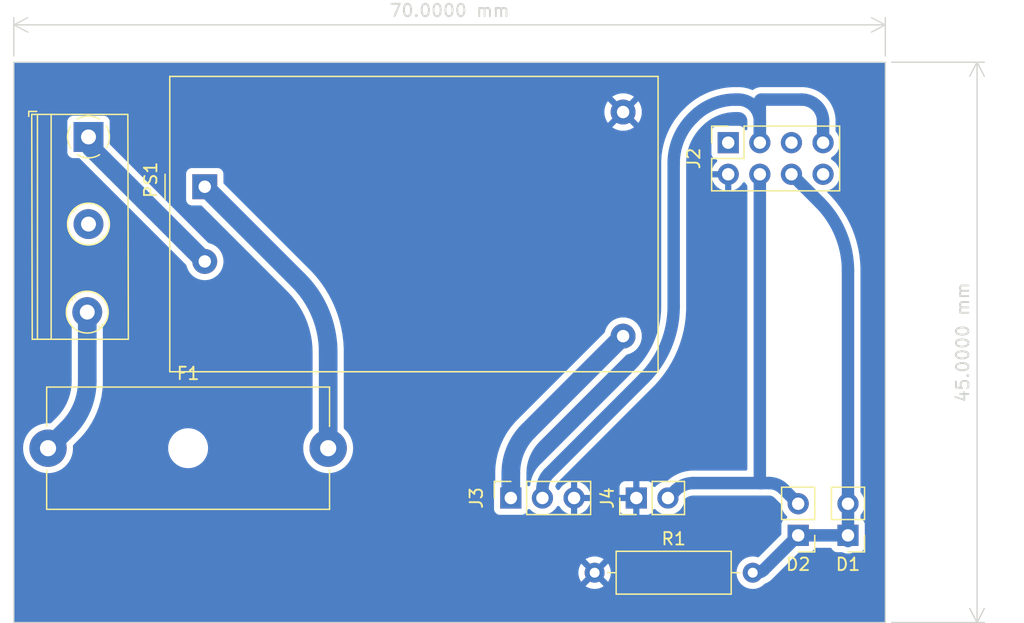
<source format=kicad_pcb>
(kicad_pcb (version 20221018) (generator pcbnew)
  (layers (0 "F.Cu" signal) (31 "B.Cu" signal) (34 "B.Paste" user) (35 "F.Paste" user) (36 "B.SilkS" user "B.Silkscreen") (37 "F.SilkS" user "F.Silkscreen") (38 "B.Mask" user) (39 "F.Mask" user) (44 "Edge.Cuts" user))
  (net 0 "")
  (net 1 "Net-(D1-K)")
  (net 2 "/LED")
  (net 3 "/Relay")
  (net 4 "Net-(PS1-AC{slash}L)")
  (net 7 "GND")
  (net 8 "/3V3")
  (net 11 "/AC_L")
  (net 12 "/AC_N")
  (net 13 "/5V")
  (footprint "Connector_PinHeader_2.54mm:PinHeader_1x02_P2.54mm_Vertical" (layer "F.Cu") (at 70 55 90)
    (fp_text reference "J4" (at 0 -2.33 90) (layer "F.SilkS"))
    (fp_text value "To SSR")
    (fp_line (start -1.33 -1.33) (end 0 -1.33) (stroke (width 0.12)) (layer "F.SilkS"))
    (fp_line (start -1.33 0) (end -1.33 -1.33) (stroke (width 0.12)) (layer "F.SilkS"))
    (fp_line (start -1.33 1.27) (end -1.33 3.87) (stroke (width 0.12)) (layer "F.SilkS"))
    (fp_line (start -1.33 1.27) (end 1.33 1.27) (stroke (width 0.12)) (layer "F.SilkS"))
    (fp_line (start -1.33 3.87) (end 1.33 3.87) (stroke (width 0.12)) (layer "F.SilkS"))
    (fp_line (start 1.33 1.27) (end 1.33 3.87) (stroke (width 0.12)) (layer "F.SilkS"))
    (pad "1" thru_hole rect (at 0 0 90) (size 1.7 1.7) (drill 1) (layers "*.Cu" "*.Mask") (net 7 "GND"))
    (pad "2" thru_hole oval (at 0 2.54 90) (size 1.7 1.7) (drill 1) (layers "*.Cu" "*.Mask") (net 3 "/Relay"))
  )
  (footprint "Connector_PinSocket_2.54mm:PinSocket_1x03_P2.54mm_Vertical" (layer "F.Cu") (at 59.92 55 90)
    (fp_text reference "J3" (at 0 -2.77 90) (layer "F.SilkS"))
    (fp_text value "AMS1117Module")
    (fp_line (start -1.33 1.27) (end -1.33 6.41) (stroke (width 0.12)) (layer "F.SilkS"))
    (fp_line (start -1.33 1.27) (end 1.33 1.27) (stroke (width 0.12)) (layer "F.SilkS"))
    (fp_line (start -1.33 6.41) (end 1.33 6.41) (stroke (width 0.12)) (layer "F.SilkS"))
    (fp_line (start 0 -1.33) (end 1.33 -1.33) (stroke (width 0.12)) (layer "F.SilkS"))
    (fp_line (start 1.33 -1.33) (end 1.33 0) (stroke (width 0.12)) (layer "F.SilkS"))
    (fp_line (start 1.33 1.27) (end 1.33 6.41) (stroke (width 0.12)) (layer "F.SilkS"))
    (pad "1" thru_hole rect (at 0 0 90) (size 1.7 1.7) (drill 1) (layers "*.Cu" "*.Mask") (net 13 "/5V"))
    (pad "2" thru_hole oval (at 0 2.54 90) (size 1.7 1.7) (drill 1) (layers "*.Cu" "*.Mask") (net 8 "/3V3"))
    (pad "3" thru_hole oval (at 0 5.08 90) (size 1.7 1.7) (drill 1) (layers "*.Cu" "*.Mask") (net 7 "GND"))
  )
  (footprint "Connector_PinSocket_2.54mm:PinSocket_2x04_P2.54mm_Vertical" (layer "F.Cu") (at 77.38 26.46 90)
    (fp_text reference "J2" (at -1.27 -2.77 90) (layer "F.SilkS"))
    (fp_text value "ESP-01")
    (fp_line (start -3.87 -1.33) (end -3.87 8.95) (stroke (width 0.12)) (layer "F.SilkS"))
    (fp_line (start -3.87 -1.33) (end -1.27 -1.33) (stroke (width 0.12)) (layer "F.SilkS"))
    (fp_line (start -3.87 8.95) (end 1.33 8.95) (stroke (width 0.12)) (layer "F.SilkS"))
    (fp_line (start -1.27 -1.33) (end -1.27 1.27) (stroke (width 0.12)) (layer "F.SilkS"))
    (fp_line (start -1.27 1.27) (end 1.33 1.27) (stroke (width 0.12)) (layer "F.SilkS"))
    (fp_line (start 0 -1.33) (end 1.33 -1.33) (stroke (width 0.12)) (layer "F.SilkS"))
    (fp_line (start 1.33 -1.33) (end 1.33 0) (stroke (width 0.12)) (layer "F.SilkS"))
    (fp_line (start 1.33 1.27) (end 1.33 8.95) (stroke (width 0.12)) (layer "F.SilkS"))
    (pad "1" thru_hole rect (at 0 0 90) (size 1.7 1.7) (drill 1) (layers "*.Cu" "*.Mask"))
    (pad "2" thru_hole oval (at -2.54 0 90) (size 1.7 1.7) (drill 1) (layers "*.Cu" "*.Mask") (net 7 "GND"))
    (pad "3" thru_hole oval (at 0 2.54 90) (size 1.7 1.7) (drill 1) (layers "*.Cu" "*.Mask") (net 8 "/3V3"))
    (pad "4" thru_hole oval (at -2.54 2.54 90) (size 1.7 1.7) (drill 1) (layers "*.Cu" "*.Mask") (net 3 "/Relay"))
    (pad "5" thru_hole oval (at 0 5.08 90) (size 1.7 1.7) (drill 1) (layers "*.Cu" "*.Mask"))
    (pad "6" thru_hole oval (at -2.54 5.08 90) (size 1.7 1.7) (drill 1) (layers "*.Cu" "*.Mask") (net 2 "/LED"))
    (pad "7" thru_hole oval (at 0 7.62 90) (size 1.7 1.7) (drill 1) (layers "*.Cu" "*.Mask") (net 8 "/3V3"))
    (pad "8" thru_hole oval (at -2.54 7.62 90) (size 1.7 1.7) (drill 1) (layers "*.Cu" "*.Mask"))
  )
  (footprint "TerminalBlock_Phoenix:TerminalBlock_Phoenix_MKDS-1,5-3-5.08_1x03_P6.6mm_Horizontal" (layer "F.Cu") (at 25.4 25.75 -90)
    (fp_text reference "J1" hide)
    (fp_text value "AC Input")
    (fp_line (start -1.8 3.56) (end -1.8 4.2) (stroke (width 0.12)) (layer "F.SilkS"))
    (fp_line (start -1.8 4.2) (end -1.4 4.2) (stroke (width 0.12)) (layer "F.SilkS"))
    (fp_line (start -1.56 -3.76) (end -1.56 3.96) (stroke (width 0.12)) (layer "F.SilkS"))
    (fp_line (start -1.56 -3.76) (end 16.5 -3.8) (stroke (width 0.12)) (layer "F.SilkS"))
    (fp_line (start -1.56 2.4) (end 16.5 2.4) (stroke (width 0.12)) (layer "F.SilkS"))
    (fp_line (start -1.56 3.5) (end 16.5 3.5) (stroke (width 0.12)) (layer "F.SilkS"))
    (fp_line (start -1.56 3.96) (end 16.5 3.92) (stroke (width 0.12)) (layer "F.SilkS"))
    (fp_line (start 6.105 0.341) (end 5.976 0.469) (stroke (width 0.12)) (layer "F.SilkS"))
    (fp_line (start 6.275 0.581) (end 6.181 0.674) (stroke (width 0.12)) (layer "F.SilkS"))
    (fp_line (start 8.32 -1.875) (end 8.226 -1.781) (stroke (width 0.12)) (layer "F.SilkS"))
    (fp_line (start 8.525 -1.669) (end 8.396 -1.541) (stroke (width 0.12)) (layer "F.SilkS"))
    (fp_line (start 13.175 0.441) (end 13.046 0.569) (stroke (width 0.12)) (layer "F.SilkS"))
    (fp_line (start 13.345 0.681) (end 13.251 0.774) (stroke (width 0.12)) (layer "F.SilkS"))
    (fp_line (start 15.39 -1.775) (end 15.296 -1.681) (stroke (width 0.12)) (layer "F.SilkS"))
    (fp_line (start 15.595 -1.569) (end 15.466 -1.441) (stroke (width 0.12)) (layer "F.SilkS"))
    (fp_line (start 16.5 -3.8) (end 16.5 3.92) (stroke (width 0.12)) (layer "F.SilkS"))
    (fp_arc (start -1.175358 0.289894) (mid -1.430286 -0.585988) (end -1.19 -1.466) (stroke (width 0.12)) (layer "F.SilkS"))
    (fp_arc (start -0.639894 -2.025358) (mid 0.235988 -2.280286) (end 1.116 -2.04) (stroke (width 0.12)) (layer "F.SilkS"))
    (fp_arc (start 0.278674 1.080099) (mid -0.185535 1.022918) (end -0.616 0.84) (stroke (width 0.12)) (layer "F.SilkS"))
    (fp_arc (start 1.140264 0.824721) (mid 0.713071 1.01492) (end 0.25 1.08) (stroke (width 0.12)) (layer "F.SilkS"))
    (fp_arc (start 1.675504 -1.490193) (mid 1.930626 -0.599524) (end 1.675 0.291) (stroke (width 0.12)) (layer "F.SilkS"))
    (fp_circle (center 7.25 -0.6) (end 8.93 -0.6) (stroke (width 0.12)) (fill none) (layer "F.SilkS"))
    (fp_circle (center 14.32 -0.5) (end 16 -0.5) (stroke (width 0.12)) (fill none) (layer "F.SilkS"))
    (pad "1" thru_hole rect (at 0.25 -0.6 270) (size 2.4 2.4) (drill 1.2) (layers "*.Cu" "*.Mask") (net 12 "/AC_N"))
    (pad "2" thru_hole circle (at 7.25 -0.6 270) (size 2.4 2.4) (drill 1.2) (layers "*.Cu" "*.Mask"))
    (pad "3" thru_hole circle (at 14.32 -0.5 270) (size 2.4 2.4) (drill 1.2) (layers "*.Cu" "*.Mask") (net 11 "/AC_L"))
  )
  (footprint "Connector_PinHeader_2.54mm:PinHeader_1x02_P2.54mm_Vertical" (layer "F.Cu") (at 83 58 180)
    (fp_text reference "D2" (at 0 -2.33) (layer "F.SilkS"))
    (fp_text value "Relay LED")
    (fp_line (start -1.33 -1.33) (end 0 -1.33) (stroke (width 0.12)) (layer "F.SilkS"))
    (fp_line (start -1.33 0) (end -1.33 -1.33) (stroke (width 0.12)) (layer "F.SilkS"))
    (fp_line (start -1.33 1.27) (end -1.33 3.87) (stroke (width 0.12)) (layer "F.SilkS"))
    (fp_line (start -1.33 1.27) (end 1.33 1.27) (stroke (width 0.12)) (layer "F.SilkS"))
    (fp_line (start -1.33 3.87) (end 1.33 3.87) (stroke (width 0.12)) (layer "F.SilkS"))
    (fp_line (start 1.33 1.27) (end 1.33 3.87) (stroke (width 0.12)) (layer "F.SilkS"))
    (pad "1" thru_hole rect (at 0 0 180) (size 1.7 1.7) (drill 1) (layers "*.Cu" "*.Mask") (net 1 "Net-(D1-K)"))
    (pad "2" thru_hole oval (at 0 2.54 180) (size 1.7 1.7) (drill 1) (layers "*.Cu" "*.Mask") (net 3 "/Relay"))
  )
  (footprint "Connector_PinHeader_2.54mm:PinHeader_1x02_P2.54mm_Vertical" (layer "F.Cu") (at 87 58 180)
    (fp_text reference "D1" (at 0 -2.33) (layer "F.SilkS"))
    (fp_text value "WifiLED")
    (fp_line (start -1.33 -1.33) (end 0 -1.33) (stroke (width 0.12)) (layer "F.SilkS"))
    (fp_line (start -1.33 0) (end -1.33 -1.33) (stroke (width 0.12)) (layer "F.SilkS"))
    (fp_line (start -1.33 1.27) (end -1.33 3.87) (stroke (width 0.12)) (layer "F.SilkS"))
    (fp_line (start -1.33 1.27) (end 1.33 1.27) (stroke (width 0.12)) (layer "F.SilkS"))
    (fp_line (start -1.33 3.87) (end 1.33 3.87) (stroke (width 0.12)) (layer "F.SilkS"))
    (fp_line (start 1.33 1.27) (end 1.33 3.87) (stroke (width 0.12)) (layer "F.SilkS"))
    (pad "1" thru_hole rect (at 0 0 180) (size 1.7 1.7) (drill 1) (layers "*.Cu" "*.Mask") (net 1 "Net-(D1-K)"))
    (pad "2" thru_hole oval (at 0 2.54 180) (size 1.7 1.7) (drill 1) (layers "*.Cu" "*.Mask") (net 2 "/LED"))
  )
  (footprint "Converter_ACDC:Converter_ACDC_HiLink_HLK-5Mxx" (layer "F.Cu") (at 35.3375 30)
    (fp_text reference "PS1" (at -4.34 -0.55 90) (layer "F.SilkS"))
    (fp_text value "HLK-5M05")
    (fp_line (start -3.19 -1) (end -3.19 1.01) (stroke (width 0.12)) (layer "F.SilkS"))
    (fp_line (start -2.81 -8.86) (end -2.81 14.86) (stroke (width 0.12)) (layer "F.SilkS"))
    (fp_line (start -2.8 14.86) (end 36.41 14.86) (stroke (width 0.12)) (layer "F.SilkS"))
    (fp_line (start 36.41 -8.86) (end -2.8 -8.86) (stroke (width 0.12)) (layer "F.SilkS"))
    (fp_line (start 36.41 14.86) (end 36.41 -8.86) (stroke (width 0.12)) (layer "F.SilkS"))
    (pad "1" thru_hole rect (at 0 0) (size 2 2) (drill 1) (layers "*.Cu" "*.Mask") (net 4 "Net-(PS1-AC{slash}L)"))
    (pad "2" thru_hole circle (at 0 6) (size 2 2) (drill 1) (layers "*.Cu" "*.Mask") (net 12 "/AC_N"))
    (pad "3" thru_hole circle (at 33.6 -6) (size 2 2) (drill 1) (layers "*.Cu" "*.Mask") (net 7 "GND"))
    (pad "4" thru_hole circle (at 33.6 12) (size 2 2) (drill 1) (layers "*.Cu" "*.Mask") (net 13 "/5V"))
  )
  (footprint "Resistor_THT:R_Axial_DIN0309_L9.0mm_D3.2mm_P12.70mm_Horizontal" (layer "F.Cu") (at 66.65 61)
    (fp_text reference "R1" (at 6.35 -2.72) (layer "F.SilkS"))
    (fp_text value "220")
    (fp_line (start 1.04 0) (end 1.73 0) (stroke (width 0.12)) (layer "F.SilkS"))
    (fp_line (start 1.73 -1.72) (end 1.73 1.72) (stroke (width 0.12)) (layer "F.SilkS"))
    (fp_line (start 1.73 1.72) (end 10.97 1.72) (stroke (width 0.12)) (layer "F.SilkS"))
    (fp_line (start 10.97 -1.72) (end 1.73 -1.72) (stroke (width 0.12)) (layer "F.SilkS"))
    (fp_line (start 10.97 1.72) (end 10.97 -1.72) (stroke (width 0.12)) (layer "F.SilkS"))
    (fp_line (start 11.66 0) (end 10.97 0) (stroke (width 0.12)) (layer "F.SilkS"))
    (pad "1" thru_hole circle (at 0 0) (size 1.6 1.6) (drill 0.8) (layers "*.Cu" "*.Mask") (net 7 "GND"))
    (pad "2" thru_hole oval (at 12.7 0) (size 1.6 1.6) (drill 0.8) (layers "*.Cu" "*.Mask") (net 1 "Net-(D1-K)"))
  )
  (footprint "Fuse:Fuseholder_Cylinder-5x20mm_Schurter_0031_8201_Horizontal_Open" (layer "F.Cu") (at 22.75 51)
    (fp_text reference "F1" (at 11.25 -6) (layer "F.SilkS"))
    (fp_text value "Fuse")
    (fp_line (start -0.11 -4.91) (end 22.61 -4.91) (stroke (width 0.12)) (layer "F.SilkS"))
    (fp_line (start -0.11 -1.75) (end -0.11 -4.91) (stroke (width 0.12)) (layer "F.SilkS"))
    (fp_line (start -0.11 4.91) (end -0.11 1.75) (stroke (width 0.12)) (layer "F.SilkS"))
    (fp_line (start -0.11 4.91) (end 22.61 4.91) (stroke (width 0.12)) (layer "F.SilkS"))
    (fp_line (start 22.61 -1.75) (end 22.61 -4.91) (stroke (width 0.12)) (layer "F.SilkS"))
    (fp_line (start 22.61 4.91) (end 22.61 1.75) (stroke (width 0.12)) (layer "F.SilkS"))
    (pad "" np_thru_hole circle (at 11.25 0) (size 2.7 2.7) (drill 2.7) (layers "*.Cu" "*.Mask"))
    (pad "1" thru_hole circle (at 0 0) (size 3 3) (drill 1.3) (layers "*.Cu" "*.Mask") (net 11 "/AC_L"))
    (pad "2" thru_hole circle (at 22.5 0) (size 3 3) (drill 1.3) (layers "*.Cu" "*.Mask") (net 4 "Net-(PS1-AC{slash}L)"))
  )
  (gr_line (start 20 20) (end 90 20) (stroke (width 0.1)) (layer "Edge.Cuts"))
  (gr_line (start 20 65) (end 20 20) (stroke (width 0.1)) (layer "Edge.Cuts"))
  (gr_line (start 90 65) (end 20 65) (stroke (width 0.1)) (layer "Edge.Cuts"))
  (gr_line (start 90 20) (end 90 65) (stroke (width 0.1)) (layer "Edge.Cuts"))
  (dimension (type aligned) (layer "Edge.Cuts") (pts (xy 90 20) (xy 90 65)) (height -7.367155) (gr_text "45.0000 mm" (at 96.217155 42.5 90) (layer "Edge.Cuts") (effects (font (size 1 1) (thickness 0.15)))) (format (prefix "") (suffix "") (units 3) (units_format 1) (precision 4)) (style (thickness 0.1) (arrow_length 1.27) (text_position_mode 0) (extension_height 0.58642) (extension_offset 0.5) keep_text_aligned))
  (dimension (type aligned) (layer "Edge.Cuts") (pts (xy 20 20) (xy 90 20)) (height -3) (gr_text "70.0000 mm" (at 55 15.85) (layer "Edge.Cuts") (effects (font (size 1 1) (thickness 0.15)))) (format (prefix "") (suffix "") (units 3) (units_format 1) (precision 4)) (style (thickness 0.1) (arrow_length 1.27) (text_position_mode 0) (extension_height 0.58642) (extension_offset 0.5) keep_text_aligned))
  (segment (start 79.675 61) (end 79.35 61) (width 1) (layer "B.Cu") (net 1))
  (segment (start 83 58) (end 87 58) (width 1) (layer "B.Cu") (net 1))
  (segment (start 80.229809 60.77019) (end 83 58) (width 1) (layer "B.Cu") (net 1))
  (arc (start 80.229809 60.77019) (mid 79.97526 60.940274) (end 79.675 61) (width 1) (layer "B.Cu") (net 1))
  (segment (start 84.73 31.27) (end 82.46 29) (width 1) (layer "B.Cu") (net 2))
  (segment (start 87 36.750264) (end 87 58.46) (width 1) (layer "B.Cu") (net 2))
  (arc (start 84.73 31.27) (mid 86.410046 33.784366) (end 87 36.750264) (width 1) (layer "B.Cu") (net 2))
  (segment (start 80.056568 53.8) (end 79.943431 53.8) (width 1) (layer "B.Cu") (net 3))
  (segment (start 79.92 53.663431) (end 79.92 29) (width 1) (layer "B.Cu") (net 3))
  (segment (start 74.588528 53.8) (end 79.943431 53.8) (width 1) (layer "B.Cu") (net 3))
  (segment (start 80.056568 53.8) (end 80.67 53.8) (width 1) (layer "B.Cu") (net 3))
  (segment (start 81.813761 54.273761) (end 83 55.46) (width 1) (layer "B.Cu") (net 3))
  (segment (start 73.14 54.4) (end 72.54 55) (width 1) (layer "B.Cu") (net 3))
  (arc (start 79.943431 53.8) (mid 79.965079 53.785535) (end 79.96 53.76) (width 1) (layer "B.Cu") (net 3))
  (arc (start 79.96 53.76) (mid 80.004305 53.789604) (end 80.056568 53.8) (width 1) (layer "B.Cu") (net 3))
  (arc (start 81.813761 54.273761) (mid 81.288999 53.923126) (end 80.67 53.8) (width 1) (layer "B.Cu") (net 3))
  (arc (start 74.588528 53.8) (mid 73.80459 53.955934) (end 73.14 54.4) (width 1) (layer "B.Cu") (net 3))
  (arc (start 79.92 53.663431) (mid 79.930395 53.715693) (end 79.96 53.76) (width 1) (layer "B.Cu") (net 3))
  (segment (start 45.25 43.293447) (end 45.25 51) (width 1.5) (layer "B.Cu") (net 4))
  (segment (start 42.859309 37.521809) (end 35.3375 30) (width 1.5) (layer "B.Cu") (net 4))
  (arc (start 42.859309 37.521809) (mid 44.628679 40.169859) (end 45.25 43.293447) (width 1.5) (layer "B.Cu") (net 4))
  (segment (start 79.92 26.46) (end 79.92 23.136568) (width 1) (layer "B.Cu") (net 8))
  (segment (start 74.61407 24.385929) (end 74.5 24.5) (width 1) (layer "B.Cu") (net 8))
  (segment (start 83.27 23) (end 80.056568 23) (width 1) (layer "B.Cu") (net 8))
  (segment (start 62.976187 53.023812) (end 70.609309 45.39069) (width 1) (layer "B.Cu") (net 8))
  (segment (start 73 39.619052) (end 73 28.12132) (width 1) (layer "B.Cu") (net 8))
  (segment (start 77.96 23) (end 78.19 23) (width 1) (layer "B.Cu") (net 8))
  (segment (start 85 24.73) (end 85 26.46) (width 1) (layer "B.Cu") (net 8))
  (segment (start 62.46 54.27) (end 62.46 55) (width 1) (layer "B.Cu") (net 8))
  (segment (start 79.92 26.46) (end 79.92 24.73) (width 1) (layer "B.Cu") (net 8))
  (arc (start 73 39.619052) (mid 72.378679 42.74264) (end 70.609309 45.39069) (width 1) (layer "B.Cu") (net 8))
  (arc (start 80.056568 23) (mid 80.004305 23.010395) (end 79.96 23.04) (width 1) (layer "B.Cu") (net 8))
  (arc (start 77.96 23) (mid 76.149195 23.360191) (end 74.61407 24.385929) (width 1) (layer "B.Cu") (net 8))
  (arc (start 85 24.73) (mid 84.493294 23.506705) (end 83.27 23) (width 1) (layer "B.Cu") (net 8))
  (arc (start 74.5 24.5) (mid 73.389837 26.161475) (end 73 28.12132) (width 1) (layer "B.Cu") (net 8))
  (arc (start 79.92 24.73) (mid 79.413294 23.506705) (end 78.19 23) (width 1) (layer "B.Cu") (net 8))
  (arc (start 62.976187 53.023812) (mid 62.594152 53.595567) (end 62.46 54.27) (width 1) (layer "B.Cu") (net 8))
  (arc (start 79.96 23.04) (mid 79.930395 23.084305) (end 79.92 23.136568) (width 1) (layer "B.Cu") (net 8))
  (segment (start 25.9 45.622613) (end 25.9 40.07) (width 1.5) (layer "B.Cu") (net 11))
  (segment (start 24.325 49.425) (end 22.75 51) (width 1.5) (layer "B.Cu") (net 11))
  (arc (start 25.9 45.622613) (mid 25.49067 47.68045) (end 24.325 49.425) (width 1.5) (layer "B.Cu") (net 11))
  (segment (start 26.234229 26.896729) (end 35.3375 36) (width 1.5) (layer "B.Cu") (net 12))
  (segment (start 26 26.33125) (end 26 26) (width 1.5) (layer "B.Cu") (net 12))
  (arc (start 26 26.33125) (mid 26.060874 26.637285) (end 26.234229 26.896729) (width 1.5) (layer "B.Cu") (net 12))
  (segment (start 61.328026 49.609473) (end 68.9375 42) (width 1.5) (layer "B.Cu") (net 13))
  (segment (start 59.92 53.00875) (end 59.92 55) (width 1.5) (layer "B.Cu") (net 13))
  (arc (start 61.328026 49.609473) (mid 60.285934 51.169074) (end 59.92 53.00875) (width 1.5) (layer "B.Cu") (net 13))
  (zone (net 7) (net_name "GND") (layer "B.Cu") (connect_pads (clearance 0.5)) (min_thickness 0.25) (fill yes (thermal_gap 0.5) (thermal_bridge_width 0.5))
    (polygon (pts (xy 20 20) (xy 90 20) (xy 90 65) (xy 83 65) (xy 20 65)))
  )
)
</source>
